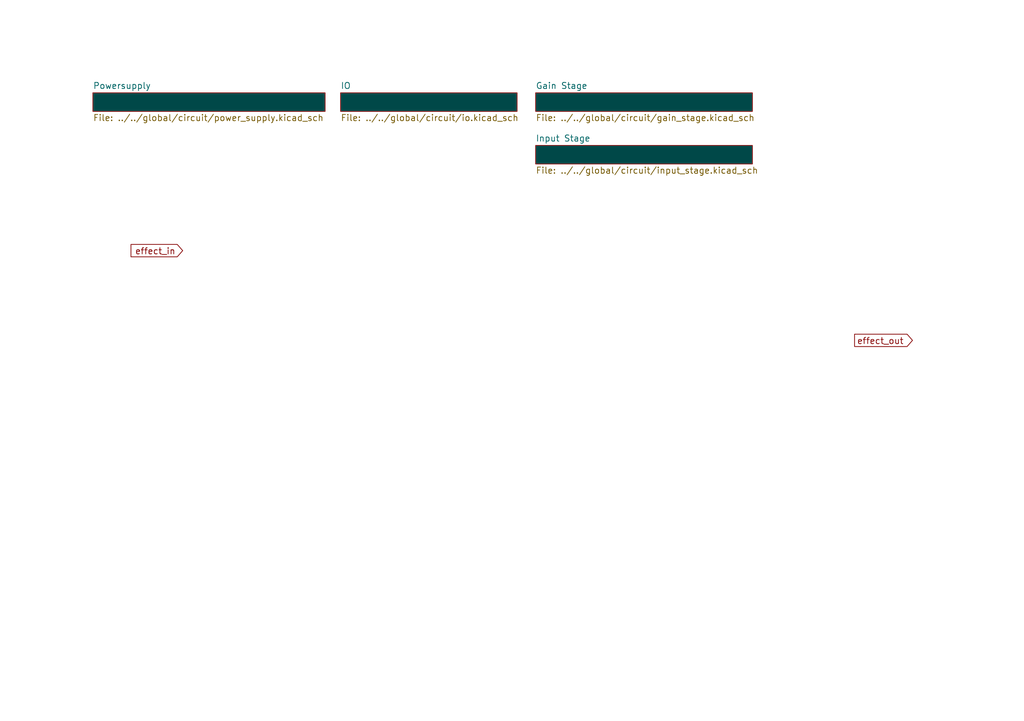
<source format=kicad_sch>
(kicad_sch (version 20211123) (generator eeschema)
  (paper "A5")
  (lib_symbols)
  (global_label "effect_out" (shape output) (at 175.26 69.85 0) (property "Intersheet References" "${INTERSHEET_REFS}" (effects hide)))
  (global_label "effect_in" (shape input) (at 37.465 51.435 180) (property "Intersheet References" "${INTERSHEET_REFS}" (effects hide)))
  (sheet (at 109.855 19.05) (size 44.45 3.81) (stroke (width 0.1524)) (fill (color 0 72 72 1.0000))
    (property "Sheet name" "Gain Stage" (at 109.855 18.3384 0) (effects (justify left bottom)))
    (property "Sheet file" "../../global/circuit/gain_stage.kicad_sch" (at 109.855 23.4446 0) (effects (justify left top)))
  )
  (sheet (at 109.855 29.845) (size 44.45 3.81) (stroke (width 0.1524)) (fill (color 0 72 72 1.0000))
    (property "Sheet name" "Input Stage" (at 109.855 29.1334 0) (effects (justify left bottom)))
    (property "Sheet file" "../../global/circuit/input_stage.kicad_sch" (at 109.855 34.2396 0) (effects (justify left top)))
  )
  (sheet (at 19.05 19.05) (size 47.625 3.81) (stroke (width 0.1524)) (fill (color 0 72 72 1.0000))
    (property "Sheet name" "Powersupply" (at 19.05 18.3384 0) (effects (justify left bottom)))
    (property "Sheet file" "../../global/circuit/power_supply.kicad_sch" (at 19.05 23.4446 0) (effects (justify left top)))
  )
  (sheet (at 69.85 19.05) (size 36.195 3.81) (stroke (width 0.1524)) (fill (color 0 72 72 1.0000))
    (property "Sheet name" "IO" (at 69.85 18.3384 0) (effects (justify left bottom)))
    (property "Sheet file" "../../global/circuit/io.kicad_sch" (at 69.85 23.4446 0) (effects (justify left top)))
  )
)
</source>
